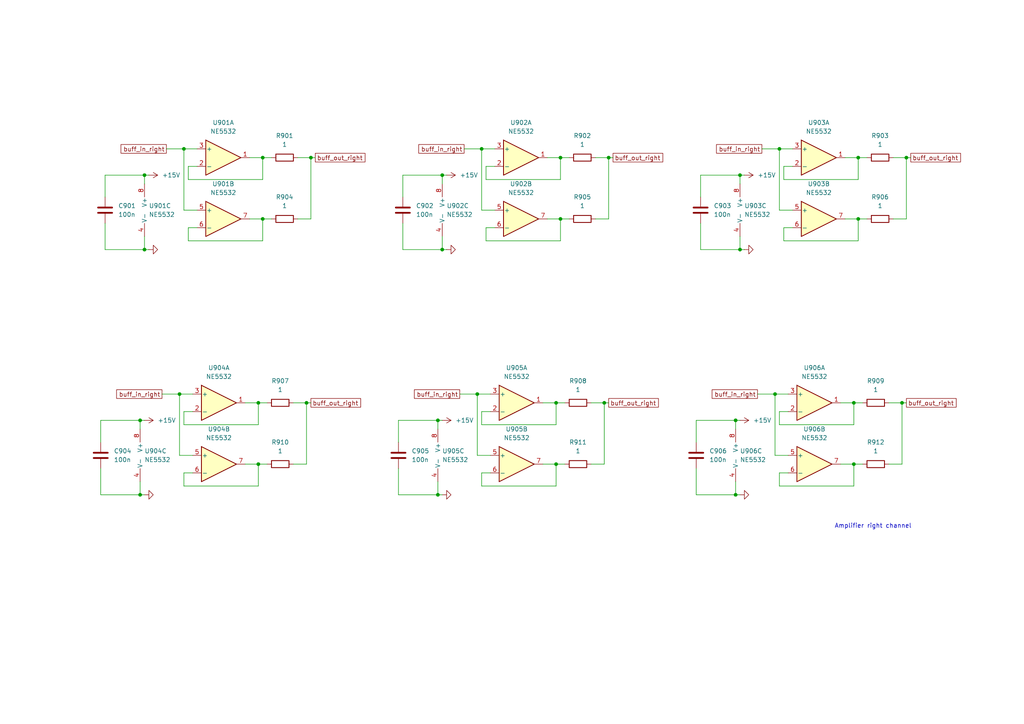
<source format=kicad_sch>
(kicad_sch (version 20250114) (generator "eeschema") (generator_version "9.0")
  (paper "A4")
  (title_block (title "amplifier right") (date "2025-08-16") (rev "0.1") (company "Carclox"))
  (lib_symbols
    (symbol "Amplifier_Operational:NE5532" (pin_names (offset 0.127))
      (property "Reference" "U" (at 0 5.08 0))
      (property "Value" "NE5532" (at 0 -5.08 0))
      (symbol "NE5532_1_1"
        (polyline (pts (xy -5.08 5.08) (xy 5.08 0) (xy -5.08 -5.08) (xy -5.08 5.08)) (stroke (width 0.254)) (fill (type background)))
        (pin input line (at -7.62 2.54 0) (length 2.54) (name "+") (number "3"))
        (pin input line (at -7.62 -2.54 0) (length 2.54) (name "-") (number "2"))
        (pin output line (at 7.62 0 180) (length 2.54) (name "~") (number "1"))
      )
      (symbol "NE5532_2_1"
        (polyline (pts (xy -5.08 5.08) (xy 5.08 0) (xy -5.08 -5.08) (xy -5.08 5.08)) (stroke (width 0.254)) (fill (type background)))
        (pin input line (at -7.62 2.54 0) (length 2.54) (name "+") (number "5"))
        (pin input line (at -7.62 -2.54 0) (length 2.54) (name "-") (number "6"))
        (pin output line (at 7.62 0 180) (length 2.54) (name "~") (number "7"))
      )
      (symbol "NE5532_3_1"
        (pin power_in line (at -2.54 7.62 270) (length 3.81) (name "V+") (number "8"))
        (pin power_in line (at -2.54 -7.62 90) (length 3.81) (name "V-") (number "4"))
      )
    )
    (symbol "Device:C" (pin_numbers (hide yes)) (pin_names (offset 0.254))
      (property "Reference" "C" (at 0.635 2.54 0))
      (property "Value" "C" (at 0.635 -2.54 0))
      (symbol "C_0_1"
        (polyline (pts (xy -2.032 0.762) (xy 2.032 0.762)) (stroke (width 0.508)))
        (polyline (pts (xy -2.032 -0.762) (xy 2.032 -0.762)) (stroke (width 0.508)))
      )
      (symbol "C_1_1"
        (pin passive line (at 0 3.81 270) (length 2.794) (name "~") (number "1"))
        (pin passive line (at 0 -3.81 90) (length 2.794) (name "~") (number "2"))
      )
    )
    (symbol "Device:R" (pin_numbers (hide yes)) (pin_names (offset 0))
      (property "Reference" "R" (at 2.032 0 90))
      (property "Value" "R" (at 0 0 90))
      (symbol "R_0_1"
        (rectangle (start -1.016 -2.54) (end 1.016 2.54) (stroke (width 0.254)))
      )
      (symbol "R_1_1"
        (pin passive line (at 0 3.81 270) (length 1.27) (name "~") (number "1"))
        (pin passive line (at 0 -3.81 90) (length 1.27) (name "~") (number "2"))
      )
    )
    (symbol "power:+15V" (power) (pin_numbers (hide yes)) (pin_names (offset 0) (hide yes))
      (property "Value" "+15V" (at 0 3.556 0))
      (symbol "+15V_0_1"
        (polyline (pts (xy -0.762 1.27) (xy 0 2.54)))
        (polyline (pts (xy 0 2.54) (xy 0.762 1.27)))
        (polyline (pts (xy 0 0) (xy 0 2.54)))
      )
      (symbol "+15V_1_1"
        (pin power_in line (at 0 0 90) (length 0) (name "~") (number "1"))
      )
    )
    (symbol "power:GND" (power) (pin_numbers (hide yes)) (pin_names (offset 0) (hide yes))
      (property "Value" "GND" (at 0 -3.81 0))
      (symbol "GND_0_1"
        (polyline (pts (xy 0 0) (xy 0 -1.27) (xy 1.27 -1.27) (xy 0 -2.54) (xy -1.27 -1.27) (xy 0 -1.27)))
      )
      (symbol "GND_1_1"
        (pin power_in line (at 0 0 270) (length 0) (name "~") (number "1"))
      )
    )
  )
  (text "Amplifier right channel" (at 253.238 152.654 0) (effects (font (size 1.27 1.27))))
  (junction (at 127 121.92))
  (junction (at 161.29 116.84))
  (junction (at 76.2 63.5))
  (junction (at 138.43 114.3))
  (junction (at 139.7 43.18))
  (junction (at 224.79 114.3))
  (junction (at 247.65 116.84))
  (junction (at 127 143.51))
  (junction (at 214.63 72.39))
  (junction (at 175.26 116.84))
  (junction (at 74.93 116.84))
  (junction (at 248.92 45.72))
  (junction (at 41.91 50.8))
  (junction (at 53.34 43.18))
  (junction (at 226.06 43.18))
  (junction (at 214.63 50.8))
  (junction (at 74.93 134.62))
  (junction (at 261.62 116.84))
  (junction (at 176.53 45.72))
  (junction (at 88.9 116.84))
  (junction (at 262.89 45.72))
  (junction (at 40.64 143.51))
  (junction (at 248.92 63.5))
  (junction (at 247.65 134.62))
  (junction (at 41.91 72.39))
  (junction (at 162.56 45.72))
  (junction (at 40.64 121.92))
  (junction (at 213.36 143.51))
  (junction (at 128.27 72.39))
  (junction (at 76.2 45.72))
  (junction (at 213.36 121.92))
  (junction (at 161.29 134.62))
  (junction (at 90.17 45.72))
  (junction (at 162.56 63.5))
  (junction (at 128.27 50.8))
  (junction (at 52.07 114.3))
  (wire (pts (xy 247.65 116.84) (xy 247.65 123.19)))
  (wire (pts (xy 88.9 116.84) (xy 85.09 116.84)))
  (wire (pts (xy 57.15 48.26) (xy 54.61 48.26)))
  (wire (pts (xy 115.57 121.92) (xy 115.57 128.27)))
  (wire (pts (xy 128.27 50.8) (xy 116.84 50.8)))
  (wire (pts (xy 261.62 116.84) (xy 262.89 116.84)))
  (wire (pts (xy 54.61 69.85) (xy 76.2 69.85)))
  (wire (pts (xy 224.79 132.08) (xy 224.79 114.3)))
  (wire (pts (xy 128.27 72.39) (xy 116.84 72.39)))
  (wire (pts (xy 226.06 140.97) (xy 247.65 140.97)))
  (wire (pts (xy 48.26 43.18) (xy 53.34 43.18)))
  (wire (pts (xy 55.88 137.16) (xy 53.34 137.16)))
  (wire (pts (xy 53.34 119.38) (xy 53.34 123.19)))
  (wire (pts (xy 261.62 116.84) (xy 257.81 116.84)))
  (wire (pts (xy 29.21 121.92) (xy 29.21 128.27)))
  (wire (pts (xy 157.48 116.84) (xy 161.29 116.84)))
  (wire (pts (xy 162.56 45.72) (xy 162.56 52.07)))
  (wire (pts (xy 52.07 114.3) (xy 55.88 114.3)))
  (wire (pts (xy 133.35 114.3) (xy 138.43 114.3)))
  (wire (pts (xy 203.2 72.39) (xy 203.2 64.77)))
  (wire (pts (xy 55.88 119.38) (xy 53.34 119.38)))
  (wire (pts (xy 74.93 116.84) (xy 74.93 123.19)))
  (wire (pts (xy 40.64 121.92) (xy 41.91 121.92)))
  (wire (pts (xy 41.91 68.58) (xy 41.91 72.39)))
  (wire (pts (xy 162.56 45.72) (xy 165.1 45.72)))
  (wire (pts (xy 41.91 53.34) (xy 41.91 50.8)))
  (wire (pts (xy 176.53 63.5) (xy 176.53 45.72)))
  (wire (pts (xy 74.93 134.62) (xy 74.93 140.97)))
  (wire (pts (xy 227.33 69.85) (xy 248.92 69.85)))
  (wire (pts (xy 86.36 63.5) (xy 90.17 63.5)))
  (wire (pts (xy 226.06 123.19) (xy 247.65 123.19)))
  (wire (pts (xy 40.64 121.92) (xy 29.21 121.92)))
  (wire (pts (xy 88.9 134.62) (xy 88.9 116.84)))
  (wire (pts (xy 41.91 50.8) (xy 30.48 50.8)))
  (wire (pts (xy 158.75 63.5) (xy 162.56 63.5)))
  (wire (pts (xy 203.2 50.8) (xy 203.2 57.15)))
  (wire (pts (xy 140.97 52.07) (xy 162.56 52.07)))
  (wire (pts (xy 53.34 43.18) (xy 57.15 43.18)))
  (wire (pts (xy 54.61 66.04) (xy 54.61 69.85)))
  (wire (pts (xy 162.56 63.5) (xy 162.56 69.85)))
  (wire (pts (xy 53.34 123.19) (xy 74.93 123.19)))
  (wire (pts (xy 90.17 45.72) (xy 86.36 45.72)))
  (wire (pts (xy 41.91 72.39) (xy 30.48 72.39)))
  (wire (pts (xy 138.43 132.08) (xy 138.43 114.3)))
  (wire (pts (xy 219.71 114.3) (xy 224.79 114.3)))
  (wire (pts (xy 157.48 134.62) (xy 161.29 134.62)))
  (wire (pts (xy 161.29 116.84) (xy 161.29 123.19)))
  (wire (pts (xy 161.29 134.62) (xy 161.29 140.97)))
  (wire (pts (xy 40.64 143.51) (xy 29.21 143.51)))
  (wire (pts (xy 140.97 48.26) (xy 140.97 52.07)))
  (wire (pts (xy 227.33 66.04) (xy 227.33 69.85)))
  (wire (pts (xy 226.06 60.96) (xy 226.06 43.18)))
  (wire (pts (xy 158.75 45.72) (xy 162.56 45.72)))
  (wire (pts (xy 76.2 63.5) (xy 78.74 63.5)))
  (wire (pts (xy 175.26 116.84) (xy 171.45 116.84)))
  (wire (pts (xy 55.88 132.08) (xy 52.07 132.08)))
  (wire (pts (xy 175.26 116.84) (xy 176.53 116.84)))
  (wire (pts (xy 138.43 114.3) (xy 142.24 114.3)))
  (wire (pts (xy 143.51 66.04) (xy 140.97 66.04)))
  (wire (pts (xy 214.63 72.39) (xy 203.2 72.39)))
  (wire (pts (xy 139.7 140.97) (xy 161.29 140.97)))
  (wire (pts (xy 53.34 137.16) (xy 53.34 140.97)))
  (wire (pts (xy 262.89 45.72) (xy 264.16 45.72)))
  (wire (pts (xy 53.34 140.97) (xy 74.93 140.97)))
  (wire (pts (xy 127 143.51) (xy 115.57 143.51)))
  (wire (pts (xy 128.27 68.58) (xy 128.27 72.39)))
  (wire (pts (xy 127 124.46) (xy 127 121.92)))
  (wire (pts (xy 229.87 48.26) (xy 227.33 48.26)))
  (wire (pts (xy 127 143.51) (xy 128.27 143.51)))
  (wire (pts (xy 248.92 63.5) (xy 251.46 63.5)))
  (wire (pts (xy 213.36 121.92) (xy 201.93 121.92)))
  (wire (pts (xy 40.64 139.7) (xy 40.64 143.51)))
  (wire (pts (xy 224.79 114.3) (xy 228.6 114.3)))
  (wire (pts (xy 134.62 43.18) (xy 139.7 43.18)))
  (wire (pts (xy 247.65 116.84) (xy 250.19 116.84)))
  (wire (pts (xy 139.7 119.38) (xy 139.7 123.19)))
  (wire (pts (xy 40.64 124.46) (xy 40.64 121.92)))
  (wire (pts (xy 214.63 50.8) (xy 203.2 50.8)))
  (wire (pts (xy 74.93 134.62) (xy 77.47 134.62)))
  (wire (pts (xy 57.15 60.96) (xy 53.34 60.96)))
  (wire (pts (xy 52.07 132.08) (xy 52.07 114.3)))
  (wire (pts (xy 161.29 116.84) (xy 163.83 116.84)))
  (wire (pts (xy 175.26 134.62) (xy 175.26 116.84)))
  (wire (pts (xy 213.36 121.92) (xy 214.63 121.92)))
  (wire (pts (xy 162.56 63.5) (xy 165.1 63.5)))
  (wire (pts (xy 41.91 72.39) (xy 43.18 72.39)))
  (wire (pts (xy 214.63 68.58) (xy 214.63 72.39)))
  (wire (pts (xy 74.93 116.84) (xy 77.47 116.84)))
  (wire (pts (xy 143.51 48.26) (xy 140.97 48.26)))
  (wire (pts (xy 72.39 45.72) (xy 76.2 45.72)))
  (wire (pts (xy 176.53 45.72) (xy 172.72 45.72)))
  (wire (pts (xy 257.81 134.62) (xy 261.62 134.62)))
  (wire (pts (xy 243.84 116.84) (xy 247.65 116.84)))
  (wire (pts (xy 71.12 134.62) (xy 74.93 134.62)))
  (wire (pts (xy 54.61 52.07) (xy 76.2 52.07)))
  (wire (pts (xy 228.6 119.38) (xy 226.06 119.38)))
  (wire (pts (xy 161.29 134.62) (xy 163.83 134.62)))
  (wire (pts (xy 229.87 66.04) (xy 227.33 66.04)))
  (wire (pts (xy 228.6 132.08) (xy 224.79 132.08)))
  (wire (pts (xy 128.27 53.34) (xy 128.27 50.8)))
  (wire (pts (xy 245.11 63.5) (xy 248.92 63.5)))
  (wire (pts (xy 41.91 50.8) (xy 43.18 50.8)))
  (wire (pts (xy 90.17 45.72) (xy 91.44 45.72)))
  (wire (pts (xy 143.51 60.96) (xy 139.7 60.96)))
  (wire (pts (xy 128.27 50.8) (xy 129.54 50.8)))
  (wire (pts (xy 213.36 143.51) (xy 214.63 143.51)))
  (wire (pts (xy 71.12 116.84) (xy 74.93 116.84)))
  (wire (pts (xy 140.97 66.04) (xy 140.97 69.85)))
  (wire (pts (xy 220.98 43.18) (xy 226.06 43.18)))
  (wire (pts (xy 54.61 48.26) (xy 54.61 52.07)))
  (wire (pts (xy 76.2 45.72) (xy 78.74 45.72)))
  (wire (pts (xy 213.36 124.46) (xy 213.36 121.92)))
  (wire (pts (xy 40.64 143.51) (xy 41.91 143.51)))
  (wire (pts (xy 116.84 72.39) (xy 116.84 64.77)))
  (wire (pts (xy 227.33 48.26) (xy 227.33 52.07)))
  (wire (pts (xy 128.27 72.39) (xy 129.54 72.39)))
  (wire (pts (xy 247.65 134.62) (xy 247.65 140.97)))
  (wire (pts (xy 259.08 63.5) (xy 262.89 63.5)))
  (wire (pts (xy 127 139.7) (xy 127 143.51)))
  (wire (pts (xy 57.15 66.04) (xy 54.61 66.04)))
  (wire (pts (xy 72.39 63.5) (xy 76.2 63.5)))
  (wire (pts (xy 226.06 43.18) (xy 229.87 43.18)))
  (wire (pts (xy 30.48 72.39) (xy 30.48 64.77)))
  (wire (pts (xy 88.9 116.84) (xy 90.17 116.84)))
  (wire (pts (xy 142.24 137.16) (xy 139.7 137.16)))
  (wire (pts (xy 227.33 52.07) (xy 248.92 52.07)))
  (wire (pts (xy 171.45 134.62) (xy 175.26 134.62)))
  (wire (pts (xy 85.09 134.62) (xy 88.9 134.62)))
  (wire (pts (xy 142.24 132.08) (xy 138.43 132.08)))
  (wire (pts (xy 261.62 134.62) (xy 261.62 116.84)))
  (wire (pts (xy 139.7 137.16) (xy 139.7 140.97)))
  (wire (pts (xy 127 121.92) (xy 115.57 121.92)))
  (wire (pts (xy 139.7 43.18) (xy 143.51 43.18)))
  (wire (pts (xy 90.17 63.5) (xy 90.17 45.72)))
  (wire (pts (xy 214.63 72.39) (xy 215.9 72.39)))
  (wire (pts (xy 229.87 60.96) (xy 226.06 60.96)))
  (wire (pts (xy 53.34 60.96) (xy 53.34 43.18)))
  (wire (pts (xy 243.84 134.62) (xy 247.65 134.62)))
  (wire (pts (xy 76.2 63.5) (xy 76.2 69.85)))
  (wire (pts (xy 142.24 119.38) (xy 139.7 119.38)))
  (wire (pts (xy 226.06 119.38) (xy 226.06 123.19)))
  (wire (pts (xy 228.6 137.16) (xy 226.06 137.16)))
  (wire (pts (xy 176.53 45.72) (xy 177.8 45.72)))
  (wire (pts (xy 30.48 50.8) (xy 30.48 57.15)))
  (wire (pts (xy 248.92 45.72) (xy 248.92 52.07)))
  (wire (pts (xy 172.72 63.5) (xy 176.53 63.5)))
  (wire (pts (xy 46.99 114.3) (xy 52.07 114.3)))
  (wire (pts (xy 248.92 45.72) (xy 251.46 45.72)))
  (wire (pts (xy 213.36 143.51) (xy 201.93 143.51)))
  (wire (pts (xy 245.11 45.72) (xy 248.92 45.72)))
  (wire (pts (xy 115.57 143.51) (xy 115.57 135.89)))
  (wire (pts (xy 127 121.92) (xy 128.27 121.92)))
  (wire (pts (xy 139.7 123.19) (xy 161.29 123.19)))
  (wire (pts (xy 262.89 63.5) (xy 262.89 45.72)))
  (wire (pts (xy 213.36 139.7) (xy 213.36 143.51)))
  (wire (pts (xy 116.84 50.8) (xy 116.84 57.15)))
  (wire (pts (xy 76.2 45.72) (xy 76.2 52.07)))
  (wire (pts (xy 214.63 50.8) (xy 215.9 50.8)))
  (wire (pts (xy 201.93 143.51) (xy 201.93 135.89)))
  (wire (pts (xy 248.92 63.5) (xy 248.92 69.85)))
  (wire (pts (xy 201.93 121.92) (xy 201.93 128.27)))
  (wire (pts (xy 140.97 69.85) (xy 162.56 69.85)))
  (wire (pts (xy 29.21 143.51) (xy 29.21 135.89)))
  (wire (pts (xy 226.06 137.16) (xy 226.06 140.97)))
  (wire (pts (xy 214.63 53.34) (xy 214.63 50.8)))
  (wire (pts (xy 262.89 45.72) (xy 259.08 45.72)))
  (wire (pts (xy 139.7 60.96) (xy 139.7 43.18)))
  (wire (pts (xy 247.65 134.62) (xy 250.19 134.62)))
  (global_label "buff_in_right" (shape passive) (at 133.35 114.3 180) (property "Intersheetrefs" "${INTERSHEET_REFS}" (effects (hide yes))))
  (global_label "buff_in_right" (shape passive) (at 46.99 114.3 180) (property "Intersheetrefs" "${INTERSHEET_REFS}" (effects (hide yes))))
  (global_label "buff_in_right" (shape passive) (at 134.62 43.18 180) (property "Intersheetrefs" "${INTERSHEET_REFS}" (effects (hide yes))))
  (global_label "buff_out_right" (shape passive) (at 90.17 116.84 0) (property "Intersheetrefs" "${INTERSHEET_REFS}" (effects (hide yes))))
  (global_label "buff_in_right" (shape passive) (at 219.71 114.3 180) (property "Intersheetrefs" "${INTERSHEET_REFS}" (effects (hide yes))))
  (global_label "buff_out_right" (shape passive) (at 91.44 45.72 0) (property "Intersheetrefs" "${INTERSHEET_REFS}" (effects (hide yes))))
  (global_label "buff_in_right" (shape passive) (at 48.26 43.18 180) (property "Intersheetrefs" "${INTERSHEET_REFS}" (effects (hide yes))))
  (global_label "buff_out_right" (shape passive) (at 264.16 45.72 0) (property "Intersheetrefs" "${INTERSHEET_REFS}" (effects (hide yes))))
  (global_label "buff_out_right" (shape passive) (at 176.53 116.84 0) (property "Intersheetrefs" "${INTERSHEET_REFS}" (effects (hide yes))))
  (global_label "buff_out_right" (shape passive) (at 262.89 116.84 0) (property "Intersheetrefs" "${INTERSHEET_REFS}" (effects (hide yes))))
  (global_label "buff_in_right" (shape passive) (at 220.98 43.18 180) (property "Intersheetrefs" "${INTERSHEET_REFS}" (effects (hide yes))))
  (global_label "buff_out_right" (shape passive) (at 177.8 45.72 0) (property "Intersheetrefs" "${INTERSHEET_REFS}" (effects (hide yes))))
  (symbol (lib_id "power:+15V") (at 128.27 121.92 270) (unit 1)
    (property "Reference" "#PWR0908" (effects (hide yes)))
    (property "Value" "+15V" (at 132.08 121.9199 90) (effects (justify left)))
    (property "Description" "Power symbol creates a global label with name \"+15V\"" (effects (hide yes)))
  )
  (symbol (lib_id "Device:R") (at 254 134.62 90) (unit 1)
    (property "Reference" "R912" (at 254 128.27 90))
    (property "Value" "1" (at 254 130.81 90))
    (property "Footprint" "Resistor_SMD:R_0805_2012Metric" (effects (hide yes)))
    (property "Description" "Resistor" (effects (hide yes)))
  )
  (symbol (lib_id "Device:R") (at 167.64 134.62 90) (unit 1)
    (property "Reference" "R911" (at 167.64 128.27 90))
    (property "Value" "1" (at 167.64 130.81 90))
    (property "Footprint" "Resistor_SMD:R_0805_2012Metric" (effects (hide yes)))
    (property "Description" "Resistor" (effects (hide yes)))
  )
  (symbol (lib_id "Amplifier_Operational:NE5532") (at 149.86 134.62 0) (unit 2)
    (property "Reference" "U905" (at 149.86 124.46 0))
    (property "Value" "NE5532" (at 149.86 127 0))
    (property "Footprint" "Package_SO:SOIC-8_3.9x4.9mm_P1.27mm" (effects (hide yes)))
    (property "Datasheet" "http://www.ti.com/lit/ds/symlink/ne5532.pdf" (effects (hide yes)))
    (property "Description" "Dual Low-Noise Operational Amplifiers, DIP-8/SOIC-8" (effects (hide yes)))
  )
  (symbol (lib_id "Device:C") (at 116.84 60.96 0) (unit 1)
    (property "Reference" "C902" (at 120.65 59.6899 0) (effects (justify left)))
    (property "Value" "100n" (at 120.65 62.2299 0) (effects (justify left)))
    (property "Footprint" "Capacitor_SMD:C_0805_2012Metric" (effects (hide yes)))
    (property "Description" "Unpolarized capacitor" (effects (hide yes)))
  )
  (symbol (lib_id "Amplifier_Operational:NE5532") (at 236.22 116.84 0) (unit 1)
    (property "Reference" "U906" (at 236.22 106.68 0))
    (property "Value" "NE5532" (at 236.22 109.22 0))
    (property "Footprint" "Package_SO:SOIC-8_3.9x4.9mm_P1.27mm" (effects (hide yes)))
    (property "Datasheet" "http://www.ti.com/lit/ds/symlink/ne5532.pdf" (effects (hide yes)))
    (property "Description" "Dual Low-Noise Operational Amplifiers, DIP-8/SOIC-8" (effects (hide yes)))
  )
  (symbol (lib_id "Device:C") (at 201.93 132.08 0) (unit 1)
    (property "Reference" "C906" (at 205.74 130.8099 0) (effects (justify left)))
    (property "Value" "100n" (at 205.74 133.3499 0) (effects (justify left)))
    (property "Footprint" "Capacitor_SMD:C_0805_2012Metric" (effects (hide yes)))
    (property "Description" "Unpolarized capacitor" (effects (hide yes)))
  )
  (symbol (lib_id "power:+15V") (at 43.18 50.8 270) (unit 1)
    (property "Reference" "#PWR0901" (effects (hide yes)))
    (property "Value" "+15V" (at 46.99 50.7999 90) (effects (justify left)))
    (property "Description" "Power symbol creates a global label with name \"+15V\"" (effects (hide yes)))
  )
  (symbol (lib_id "Amplifier_Operational:NE5532") (at 63.5 134.62 0) (unit 2)
    (property "Reference" "U904" (at 63.5 124.46 0))
    (property "Value" "NE5532" (at 63.5 127 0))
    (property "Footprint" "Package_SO:SOIC-8_3.9x4.9mm_P1.27mm" (effects (hide yes)))
    (property "Datasheet" "http://www.ti.com/lit/ds/symlink/ne5532.pdf" (effects (hide yes)))
    (property "Description" "Dual Low-Noise Operational Amplifiers, DIP-8/SOIC-8" (effects (hide yes)))
  )
  (symbol (lib_id "Device:R") (at 81.28 134.62 90) (unit 1)
    (property "Reference" "R910" (at 81.28 128.27 90))
    (property "Value" "1" (at 81.28 130.81 90))
    (property "Footprint" "Resistor_SMD:R_0805_2012Metric" (effects (hide yes)))
    (property "Description" "Resistor" (effects (hide yes)))
  )
  (symbol (lib_id "Device:C") (at 29.21 132.08 0) (unit 1)
    (property "Reference" "C904" (at 33.02 130.8099 0) (effects (justify left)))
    (property "Value" "100n" (at 33.02 133.3499 0) (effects (justify left)))
    (property "Footprint" "Capacitor_SMD:C_0805_2012Metric" (effects (hide yes)))
    (property "Description" "Unpolarized capacitor" (effects (hide yes)))
  )
  (symbol (lib_id "Device:C") (at 115.57 132.08 0) (unit 1)
    (property "Reference" "C905" (at 119.38 130.8099 0) (effects (justify left)))
    (property "Value" "100n" (at 119.38 133.3499 0) (effects (justify left)))
    (property "Footprint" "Capacitor_SMD:C_0805_2012Metric" (effects (hide yes)))
    (property "Description" "Unpolarized capacitor" (effects (hide yes)))
  )
  (symbol (lib_id "Device:R") (at 81.28 116.84 90) (unit 1)
    (property "Reference" "R907" (at 81.28 110.49 90))
    (property "Value" "1" (at 81.28 113.03 90))
    (property "Footprint" "Resistor_SMD:R_0805_2012Metric" (effects (hide yes)))
    (property "Description" "Resistor" (effects (hide yes)))
  )
  (symbol (lib_id "Device:R") (at 168.91 45.72 90) (unit 1)
    (property "Reference" "R902" (at 168.91 39.37 90))
    (property "Value" "1" (at 168.91 41.91 90))
    (property "Footprint" "Resistor_SMD:R_0805_2012Metric" (effects (hide yes)))
    (property "Description" "Resistor" (effects (hide yes)))
  )
  (symbol (lib_id "power:GND") (at 215.9 72.39 90) (unit 1)
    (property "Reference" "#PWR0906" (effects (hide yes)))
    (property "Value" "GND" (effects (hide yes)))
    (property "Description" "Power symbol creates a global label with name \"GND\" , ground" (effects (hide yes)))
  )
  (symbol (lib_id "Amplifier_Operational:NE5532") (at 151.13 63.5 0) (unit 2)
    (property "Reference" "U902" (at 151.13 53.34 0))
    (property "Value" "NE5532" (at 151.13 55.88 0))
    (property "Footprint" "Package_SO:SOIC-8_3.9x4.9mm_P1.27mm" (effects (hide yes)))
    (property "Datasheet" "http://www.ti.com/lit/ds/symlink/ne5532.pdf" (effects (hide yes)))
    (property "Description" "Dual Low-Noise Operational Amplifiers, DIP-8/SOIC-8" (effects (hide yes)))
  )
  (symbol (lib_id "Device:C") (at 203.2 60.96 0) (unit 1)
    (property "Reference" "C903" (at 207.01 59.6899 0) (effects (justify left)))
    (property "Value" "100n" (at 207.01 62.2299 0) (effects (justify left)))
    (property "Footprint" "Capacitor_SMD:C_0805_2012Metric" (effects (hide yes)))
    (property "Description" "Unpolarized capacitor" (effects (hide yes)))
  )
  (symbol (lib_id "Device:C") (at 30.48 60.96 0) (unit 1)
    (property "Reference" "C901" (at 34.29 59.6899 0) (effects (justify left)))
    (property "Value" "100n" (at 34.29 62.2299 0) (effects (justify left)))
    (property "Footprint" "Capacitor_SMD:C_0805_2012Metric" (effects (hide yes)))
    (property "Description" "Unpolarized capacitor" (effects (hide yes)))
  )
  (symbol (lib_id "power:+15V") (at 129.54 50.8 270) (unit 1)
    (property "Reference" "#PWR0902" (effects (hide yes)))
    (property "Value" "+15V" (at 133.35 50.7999 90) (effects (justify left)))
    (property "Description" "Power symbol creates a global label with name \"+15V\"" (effects (hide yes)))
  )
  (symbol (lib_id "Amplifier_Operational:NE5532") (at 129.54 132.08 0) (unit 3)
    (property "Reference" "U905" (at 128.27 130.8099 0) (effects (justify left)))
    (property "Value" "NE5532" (at 128.27 133.3499 0) (effects (justify left)))
    (property "Footprint" "Package_SO:SOIC-8_3.9x4.9mm_P1.27mm" (effects (hide yes)))
    (property "Datasheet" "http://www.ti.com/lit/ds/symlink/ne5532.pdf" (effects (hide yes)))
    (property "Description" "Dual Low-Noise Operational Amplifiers, DIP-8/SOIC-8" (effects (hide yes)))
  )
  (symbol (lib_id "power:+15V") (at 215.9 50.8 270) (unit 1)
    (property "Reference" "#PWR0903" (effects (hide yes)))
    (property "Value" "+15V" (at 219.71 50.7999 90) (effects (justify left)))
    (property "Description" "Power symbol creates a global label with name \"+15V\"" (effects (hide yes)))
  )
  (symbol (lib_id "Amplifier_Operational:NE5532") (at 215.9 132.08 0) (unit 3)
    (property "Reference" "U906" (at 214.63 130.8099 0) (effects (justify left)))
    (property "Value" "NE5532" (at 214.63 133.3499 0) (effects (justify left)))
    (property "Footprint" "Package_SO:SOIC-8_3.9x4.9mm_P1.27mm" (effects (hide yes)))
    (property "Datasheet" "http://www.ti.com/lit/ds/symlink/ne5532.pdf" (effects (hide yes)))
    (property "Description" "Dual Low-Noise Operational Amplifiers, DIP-8/SOIC-8" (effects (hide yes)))
  )
  (symbol (lib_id "Device:R") (at 167.64 116.84 90) (unit 1)
    (property "Reference" "R908" (at 167.64 110.49 90))
    (property "Value" "1" (at 167.64 113.03 90))
    (property "Footprint" "Resistor_SMD:R_0805_2012Metric" (effects (hide yes)))
    (property "Description" "Resistor" (effects (hide yes)))
  )
  (symbol (lib_id "Amplifier_Operational:NE5532") (at 149.86 116.84 0) (unit 1)
    (property "Reference" "U905" (at 149.86 106.68 0))
    (property "Value" "NE5532" (at 149.86 109.22 0))
    (property "Footprint" "Package_SO:SOIC-8_3.9x4.9mm_P1.27mm" (effects (hide yes)))
    (property "Datasheet" "http://www.ti.com/lit/ds/symlink/ne5532.pdf" (effects (hide yes)))
    (property "Description" "Dual Low-Noise Operational Amplifiers, DIP-8/SOIC-8" (effects (hide yes)))
  )
  (symbol (lib_id "Amplifier_Operational:NE5532") (at 63.5 116.84 0) (unit 1)
    (property "Reference" "U904" (at 63.5 106.68 0))
    (property "Value" "NE5532" (at 63.5 109.22 0))
    (property "Footprint" "Package_SO:SOIC-8_3.9x4.9mm_P1.27mm" (effects (hide yes)))
    (property "Datasheet" "http://www.ti.com/lit/ds/symlink/ne5532.pdf" (effects (hide yes)))
    (property "Description" "Dual Low-Noise Operational Amplifiers, DIP-8/SOIC-8" (effects (hide yes)))
  )
  (symbol (lib_id "Device:R") (at 168.91 63.5 90) (unit 1)
    (property "Reference" "R905" (at 168.91 57.15 90))
    (property "Value" "1" (at 168.91 59.69 90))
    (property "Footprint" "Resistor_SMD:R_0805_2012Metric" (effects (hide yes)))
    (property "Description" "Resistor" (effects (hide yes)))
  )
  (symbol (lib_id "Amplifier_Operational:NE5532") (at 151.13 45.72 0) (unit 1)
    (property "Reference" "U902" (at 151.13 35.56 0))
    (property "Value" "NE5532" (at 151.13 38.1 0))
    (property "Footprint" "Package_SO:SOIC-8_3.9x4.9mm_P1.27mm" (effects (hide yes)))
    (property "Datasheet" "http://www.ti.com/lit/ds/symlink/ne5532.pdf" (effects (hide yes)))
    (property "Description" "Dual Low-Noise Operational Amplifiers, DIP-8/SOIC-8" (effects (hide yes)))
  )
  (symbol (lib_id "Amplifier_Operational:NE5532") (at 44.45 60.96 0) (unit 3)
    (property "Reference" "U901" (at 43.18 59.6899 0) (effects (justify left)))
    (property "Value" "NE5532" (at 43.18 62.2299 0) (effects (justify left)))
    (property "Footprint" "Package_SO:SOIC-8_3.9x4.9mm_P1.27mm" (effects (hide yes)))
    (property "Datasheet" "http://www.ti.com/lit/ds/symlink/ne5532.pdf" (effects (hide yes)))
    (property "Description" "Dual Low-Noise Operational Amplifiers, DIP-8/SOIC-8" (effects (hide yes)))
  )
  (symbol (lib_id "Amplifier_Operational:NE5532") (at 43.18 132.08 0) (unit 3)
    (property "Reference" "U904" (at 41.91 130.8099 0) (effects (justify left)))
    (property "Value" "NE5532" (at 41.91 133.3499 0) (effects (justify left)))
    (property "Footprint" "Package_SO:SOIC-8_3.9x4.9mm_P1.27mm" (effects (hide yes)))
    (property "Datasheet" "http://www.ti.com/lit/ds/symlink/ne5532.pdf" (effects (hide yes)))
    (property "Description" "Dual Low-Noise Operational Amplifiers, DIP-8/SOIC-8" (effects (hide yes)))
  )
  (symbol (lib_id "Amplifier_Operational:NE5532") (at 64.77 45.72 0) (unit 1)
    (property "Reference" "U901" (at 64.77 35.56 0))
    (property "Value" "NE5532" (at 64.77 38.1 0))
    (property "Footprint" "Package_SO:SOIC-8_3.9x4.9mm_P1.27mm" (effects (hide yes)))
    (property "Datasheet" "http://www.ti.com/lit/ds/symlink/ne5532.pdf" (effects (hide yes)))
    (property "Description" "Dual Low-Noise Operational Amplifiers, DIP-8/SOIC-8" (effects (hide yes)))
  )
  (symbol (lib_id "power:+15V") (at 214.63 121.92 270) (unit 1)
    (property "Reference" "#PWR0909" (effects (hide yes)))
    (property "Value" "+15V" (at 218.44 121.9199 90) (effects (justify left)))
    (property "Description" "Power symbol creates a global label with name \"+15V\"" (effects (hide yes)))
  )
  (symbol (lib_id "power:GND") (at 41.91 143.51 90) (unit 1)
    (property "Reference" "#PWR0910" (effects (hide yes)))
    (property "Value" "GND" (effects (hide yes)))
    (property "Description" "Power symbol creates a global label with name \"GND\" , ground" (effects (hide yes)))
  )
  (symbol (lib_id "Amplifier_Operational:NE5532") (at 130.81 60.96 0) (unit 3)
    (property "Reference" "U902" (at 129.54 59.6899 0) (effects (justify left)))
    (property "Value" "NE5532" (at 129.54 62.2299 0) (effects (justify left)))
    (property "Footprint" "Package_SO:SOIC-8_3.9x4.9mm_P1.27mm" (effects (hide yes)))
    (property "Datasheet" "http://www.ti.com/lit/ds/symlink/ne5532.pdf" (effects (hide yes)))
    (property "Description" "Dual Low-Noise Operational Amplifiers, DIP-8/SOIC-8" (effects (hide yes)))
  )
  (symbol (lib_id "Amplifier_Operational:NE5532") (at 217.17 60.96 0) (unit 3)
    (property "Reference" "U903" (at 215.9 59.6899 0) (effects (justify left)))
    (property "Value" "NE5532" (at 215.9 62.2299 0) (effects (justify left)))
    (property "Footprint" "Package_SO:SOIC-8_3.9x4.9mm_P1.27mm" (effects (hide yes)))
    (property "Datasheet" "http://www.ti.com/lit/ds/symlink/ne5532.pdf" (effects (hide yes)))
    (property "Description" "Dual Low-Noise Operational Amplifiers, DIP-8/SOIC-8" (effects (hide yes)))
  )
  (symbol (lib_id "Device:R") (at 255.27 45.72 90) (unit 1)
    (property "Reference" "R903" (at 255.27 39.37 90))
    (property "Value" "1" (at 255.27 41.91 90))
    (property "Footprint" "Resistor_SMD:R_0805_2012Metric" (effects (hide yes)))
    (property "Description" "Resistor" (effects (hide yes)))
  )
  (symbol (lib_id "Device:R") (at 255.27 63.5 90) (unit 1)
    (property "Reference" "R906" (at 255.27 57.15 90))
    (property "Value" "1" (at 255.27 59.69 90))
    (property "Footprint" "Resistor_SMD:R_0805_2012Metric" (effects (hide yes)))
    (property "Description" "Resistor" (effects (hide yes)))
  )
  (symbol (lib_id "Device:R") (at 254 116.84 90) (unit 1)
    (property "Reference" "R909" (at 254 110.49 90))
    (property "Value" "1" (at 254 113.03 90))
    (property "Footprint" "Resistor_SMD:R_0805_2012Metric" (effects (hide yes)))
    (property "Description" "Resistor" (effects (hide yes)))
  )
  (symbol (lib_id "Amplifier_Operational:NE5532") (at 237.49 45.72 0) (unit 1)
    (property "Reference" "U903" (at 237.49 35.56 0))
    (property "Value" "NE5532" (at 237.49 38.1 0))
    (property "Footprint" "Package_SO:SOIC-8_3.9x4.9mm_P1.27mm" (effects (hide yes)))
    (property "Datasheet" "http://www.ti.com/lit/ds/symlink/ne5532.pdf" (effects (hide yes)))
    (property "Description" "Dual Low-Noise Operational Amplifiers, DIP-8/SOIC-8" (effects (hide yes)))
  )
  (symbol (lib_id "Device:R") (at 82.55 63.5 90) (unit 1)
    (property "Reference" "R904" (at 82.55 57.15 90))
    (property "Value" "1" (at 82.55 59.69 90))
    (property "Footprint" "Resistor_SMD:R_0805_2012Metric" (effects (hide yes)))
    (property "Description" "Resistor" (effects (hide yes)))
  )
  (symbol (lib_id "power:GND") (at 129.54 72.39 90) (unit 1)
    (property "Reference" "#PWR0905" (effects (hide yes)))
    (property "Value" "GND" (effects (hide yes)))
    (property "Description" "Power symbol creates a global label with name \"GND\" , ground" (effects (hide yes)))
  )
  (symbol (lib_id "Amplifier_Operational:NE5532") (at 64.77 63.5 0) (unit 2)
    (property "Reference" "U901" (at 64.77 53.34 0))
    (property "Value" "NE5532" (at 64.77 55.88 0))
    (property "Footprint" "Package_SO:SOIC-8_3.9x4.9mm_P1.27mm" (effects (hide yes)))
    (property "Datasheet" "http://www.ti.com/lit/ds/symlink/ne5532.pdf" (effects (hide yes)))
    (property "Description" "Dual Low-Noise Operational Amplifiers, DIP-8/SOIC-8" (effects (hide yes)))
  )
  (symbol (lib_id "Amplifier_Operational:NE5532") (at 236.22 134.62 0) (unit 2)
    (property "Reference" "U906" (at 236.22 124.46 0))
    (property "Value" "NE5532" (at 236.22 127 0))
    (property "Footprint" "Package_SO:SOIC-8_3.9x4.9mm_P1.27mm" (effects (hide yes)))
    (property "Datasheet" "http://www.ti.com/lit/ds/symlink/ne5532.pdf" (effects (hide yes)))
    (property "Description" "Dual Low-Noise Operational Amplifiers, DIP-8/SOIC-8" (effects (hide yes)))
  )
  (symbol (lib_id "Amplifier_Operational:NE5532") (at 237.49 63.5 0) (unit 2)
    (property "Reference" "U903" (at 237.49 53.34 0))
    (property "Value" "NE5532" (at 237.49 55.88 0))
    (property "Footprint" "Package_SO:SOIC-8_3.9x4.9mm_P1.27mm" (effects (hide yes)))
    (property "Datasheet" "http://www.ti.com/lit/ds/symlink/ne5532.pdf" (effects (hide yes)))
    (property "Description" "Dual Low-Noise Operational Amplifiers, DIP-8/SOIC-8" (effects (hide yes)))
  )
  (symbol (lib_id "power:GND") (at 43.18 72.39 90) (unit 1)
    (property "Reference" "#PWR0904" (effects (hide yes)))
    (property "Value" "GND" (effects (hide yes)))
    (property "Description" "Power symbol creates a global label with name \"GND\" , ground" (effects (hide yes)))
  )
  (symbol (lib_id "Device:R") (at 82.55 45.72 90) (unit 1)
    (property "Reference" "R901" (at 82.55 39.37 90))
    (property "Value" "1" (at 82.55 41.91 90))
    (property "Footprint" "Resistor_SMD:R_0805_2012Metric" (effects (hide yes)))
    (property "Description" "Resistor" (effects (hide yes)))
  )
  (symbol (lib_id "power:GND") (at 128.27 143.51 90) (unit 1)
    (property "Reference" "#PWR0911" (effects (hide yes)))
    (property "Value" "GND" (effects (hide yes)))
    (property "Description" "Power symbol creates a global label with name \"GND\" , ground" (effects (hide yes)))
  )
  (symbol (lib_id "power:+15V") (at 41.91 121.92 270) (unit 1)
    (property "Reference" "#PWR0907" (effects (hide yes)))
    (property "Value" "+15V" (at 45.72 121.9199 90) (effects (justify left)))
    (property "Description" "Power symbol creates a global label with name \"+15V\"" (effects (hide yes)))
  )
  (symbol (lib_id "power:GND") (at 214.63 143.51 90) (unit 1)
    (property "Reference" "#PWR0912" (effects (hide yes)))
    (property "Value" "GND" (effects (hide yes)))
    (property "Description" "Power symbol creates a global label with name \"GND\" , ground" (effects (hide yes)))
  )
)
</source>
